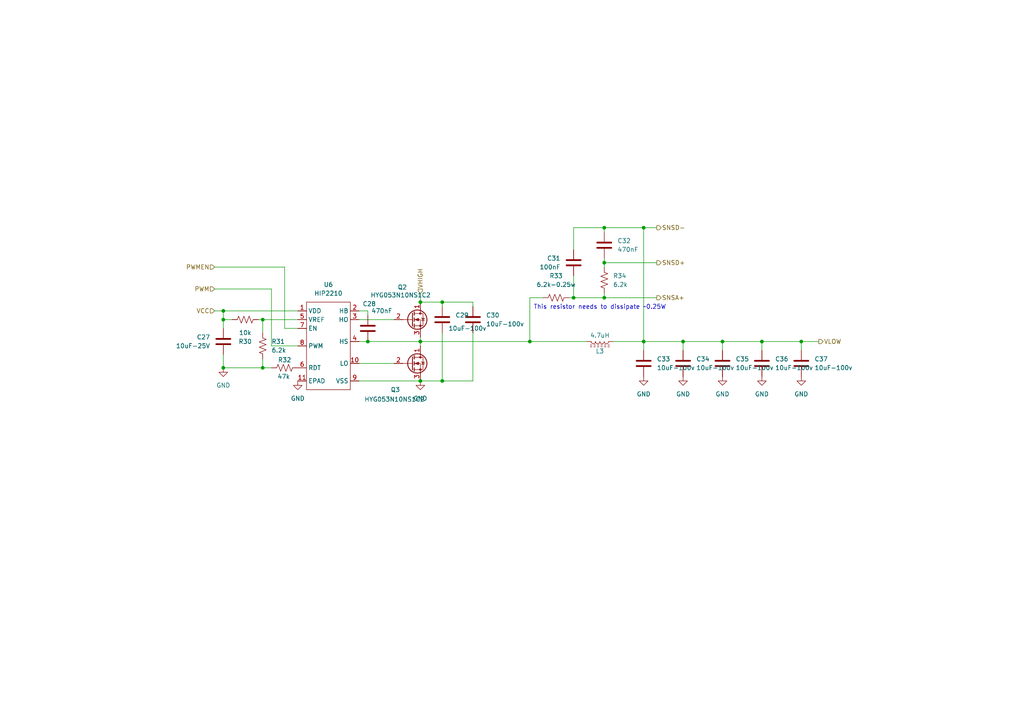
<source format=kicad_sch>
(kicad_sch (version 20231120) (generator "eeschema") (generator_version "8.0")
  (paper "A4")
  (lib_symbols
    (symbol "Device:C" (pin_numbers hide) (pin_names (offset 0.254))
      (property "Reference" "C" (at 0.635 2.54 0))
      (property "Value" "C" (at 0.635 -2.54 0))
      (symbol "C_0_1"
        (polyline (pts (xy -2.032 -0.762) (xy 2.032 -0.762)) (stroke (width 0.508)))
        (polyline (pts (xy -2.032 0.762) (xy 2.032 0.762)) (stroke (width 0.508)))
      )
      (symbol "C_1_1"
        (pin passive line (at 0 3.81 270) (length 2.794) (name "~") (number "1"))
        (pin passive line (at 0 -3.81 90) (length 2.794) (name "~") (number "2"))
      )
    )
    (symbol "Device:L_Ferrite" (pin_numbers hide) (pin_names (offset 1.016) hide)
      (property "Reference" "L" (at -1.27 0 90))
      (property "Value" "L_Ferrite" (at 2.794 0 90))
      (symbol "L_Ferrite_0_1"
        (arc (start 0 -2.54) (mid 0.6323 -1.905) (end 0 -1.27))
        (arc (start 0 -1.27) (mid 0.6323 -0.635) (end 0 0))
        (polyline (pts (xy 1.016 -2.794) (xy 1.016 -2.286)))
        (polyline (pts (xy 1.016 -1.778) (xy 1.016 -1.27)))
        (polyline (pts (xy 1.016 -0.762) (xy 1.016 -0.254)))
        (polyline (pts (xy 1.016 0.254) (xy 1.016 0.762)))
        (polyline (pts (xy 1.016 1.27) (xy 1.016 1.778)))
        (polyline (pts (xy 1.016 2.286) (xy 1.016 2.794)))
        (polyline (pts (xy 1.524 -2.286) (xy 1.524 -2.794)))
        (polyline (pts (xy 1.524 -1.27) (xy 1.524 -1.778)))
        (polyline (pts (xy 1.524 -0.254) (xy 1.524 -0.762)))
        (polyline (pts (xy 1.524 0.762) (xy 1.524 0.254)))
        (polyline (pts (xy 1.524 1.778) (xy 1.524 1.27)))
        (polyline (pts (xy 1.524 2.794) (xy 1.524 2.286)))
        (arc (start 0 0) (mid 0.6323 0.635) (end 0 1.27))
        (arc (start 0 1.27) (mid 0.6323 1.905) (end 0 2.54))
      )
      (symbol "L_Ferrite_1_1"
        (pin passive line (at 0 3.81 270) (length 1.27) (name "1") (number "1"))
        (pin passive line (at 0 -3.81 90) (length 1.27) (name "2") (number "2"))
      )
    )
    (symbol "Device:R_US" (pin_numbers hide) (pin_names (offset 0))
      (property "Reference" "R" (at 2.54 0 90))
      (property "Value" "R_US" (at -2.54 0 90))
      (symbol "R_US_0_1"
        (polyline (pts (xy 0 -2.286) (xy 0 -2.54)))
        (polyline (pts (xy 0 2.286) (xy 0 2.54)))
        (polyline (pts (xy 0 -0.762) (xy 1.016 -1.143) (xy 0 -1.524) (xy -1.016 -1.905) (xy 0 -2.286)))
        (polyline (pts (xy 0 0.762) (xy 1.016 0.381) (xy 0 0) (xy -1.016 -0.381) (xy 0 -0.762)))
        (polyline (pts (xy 0 2.286) (xy 1.016 1.905) (xy 0 1.524) (xy -1.016 1.143) (xy 0 0.762)))
      )
      (symbol "R_US_1_1"
        (pin passive line (at 0 3.81 270) (length 1.27) (name "~") (number "1"))
        (pin passive line (at 0 -3.81 90) (length 1.27) (name "~") (number "2"))
      )
    )
    (symbol "GateDrivers:HIP2210"
      (property "Reference" "U?" (at -5.588 12.7 0))
      (property "Value" "HIP2210" (at 2.54 12.446 0))
      (symbol "HIP2210_0_1"
        (rectangle (start -6.35 11.43) (end 6.35 -13.97))
      )
      (symbol "HIP2210_1_1"
        (pin power_in line (at -8.89 8.89 0) (length 2.54) (name "VDD") (number "1"))
        (pin output line (at 8.89 -6.35 180) (length 2.54) (name "LO") (number "10"))
        (pin passive line (at -8.89 -11.43 0) (length 2.54) (name "EPAD") (number "11"))
        (pin output line (at 8.89 8.89 180) (length 2.54) (name "HB") (number "2"))
        (pin output line (at 8.89 6.35 180) (length 2.54) (name "HO") (number "3"))
        (pin input line (at 8.89 0 180) (length 2.54) (name "HS") (number "4"))
        (pin power_in line (at -8.89 6.35 0) (length 2.54) (name "VREF") (number "5"))
        (pin input line (at -8.89 -7.62 0) (length 2.54) (name "RDT") (number "6"))
        (pin input line (at -8.89 3.81 0) (length 2.54) (name "EN") (number "7"))
        (pin input line (at -8.89 -1.27 0) (length 2.54) (name "PWM") (number "8"))
        (pin input line (at 8.89 -11.43 180) (length 2.54) (name "VSS") (number "9"))
      )
    )
    (symbol "ProjectMosfets:MCAC80N10Y" (pin_names (offset 0) hide)
      (property "Reference" "Q" (at 5.08 1.27 0))
      (property "Value" "MCAC80N10Y" (at 5.08 -1.27 0))
      (symbol "MCAC80N10Y_0_1"
        (polyline (pts (xy 0.254 0) (xy -2.54 0)))
        (polyline (pts (xy 0.254 1.905) (xy 0.254 -1.905)) (stroke (width 0.254)))
        (polyline (pts (xy 0.762 -1.27) (xy 0.762 -2.286)) (stroke (width 0.254)))
        (polyline (pts (xy 0.762 0.508) (xy 0.762 -0.508)) (stroke (width 0.254)))
        (polyline (pts (xy 0.762 2.286) (xy 0.762 1.27)) (stroke (width 0.254)))
        (polyline (pts (xy 2.54 2.54) (xy 2.54 1.778)))
        (polyline (pts (xy 2.54 -2.54) (xy 2.54 0) (xy 0.762 0)))
        (polyline (pts (xy 0.762 -1.778) (xy 3.302 -1.778) (xy 3.302 1.778) (xy 0.762 1.778)))
        (polyline (pts (xy 1.016 0) (xy 2.032 0.381) (xy 2.032 -0.381) (xy 1.016 0)) (fill (type outline)))
        (polyline (pts (xy 2.794 0.508) (xy 2.921 0.381) (xy 3.683 0.381) (xy 3.81 0.254)))
        (polyline (pts (xy 3.302 0.381) (xy 2.921 -0.254) (xy 3.683 -0.254) (xy 3.302 0.381)))
        (circle (center 1.651 0) (radius 2.794) (stroke (width 0.254)))
        (circle (center 2.54 -1.778) (radius 0.254) (fill (type outline)))
        (circle (center 2.54 1.778) (radius 0.254) (fill (type outline)))
      )
      (symbol "MCAC80N10Y_1_1"
        (pin passive line (at 2.54 5.08 270) (length 2.54) (name "D") (number "1"))
        (pin input line (at -5.08 0 0) (length 2.54) (name "G") (number "2"))
        (pin passive line (at 2.54 -5.08 90) (length 2.54) (name "S") (number "3"))
      )
    )
    (symbol "power:GND" (power) (pin_names (offset 0))
      (property "Value" "GND" (at 0 -3.81 0))
      (symbol "GND_0_1"
        (polyline (pts (xy 0 0) (xy 0 -1.27) (xy 1.27 -1.27) (xy 0 -2.54) (xy -1.27 -1.27) (xy 0 -1.27)))
      )
      (symbol "GND_1_1"
        (pin power_in line (at 0 0 270) (length 0) hide (name "GND") (number "1"))
      )
    )
  )
  (junction (at 64.77 106.68))
  (junction (at 153.67 99.06))
  (junction (at 121.92 99.06))
  (junction (at 166.37 86.36))
  (junction (at 128.27 110.49))
  (junction (at 209.55 99.06))
  (junction (at 76.2 92.71))
  (junction (at 76.2 106.68))
  (junction (at 106.68 99.06))
  (junction (at 175.26 66.04))
  (junction (at 186.69 66.04))
  (junction (at 121.92 87.63))
  (junction (at 64.77 90.17))
  (junction (at 220.98 99.06))
  (junction (at 128.27 87.63))
  (junction (at 175.26 86.36))
  (junction (at 121.92 110.49))
  (junction (at 64.77 92.71))
  (junction (at 198.12 99.06))
  (junction (at 232.41 99.06))
  (junction (at 186.69 99.06))
  (junction (at 175.26 76.2))
  (wire (pts (xy 64.77 90.17) (xy 86.36 90.17)))
  (wire (pts (xy 62.23 83.82) (xy 78.74 83.82)))
  (wire (pts (xy 121.92 87.63) (xy 128.27 87.63)))
  (wire (pts (xy 198.12 99.06) (xy 198.12 101.6)))
  (wire (pts (xy 186.69 66.04) (xy 186.69 99.06)))
  (wire (pts (xy 232.41 99.06) (xy 237.49 99.06)))
  (wire (pts (xy 175.26 66.04) (xy 175.26 67.31)))
  (wire (pts (xy 121.92 110.49) (xy 128.27 110.49)))
  (wire (pts (xy 166.37 86.36) (xy 175.26 86.36)))
  (wire (pts (xy 106.68 99.06) (xy 121.92 99.06)))
  (wire (pts (xy 106.68 90.17) (xy 106.68 91.44)))
  (wire (pts (xy 74.93 92.71) (xy 76.2 92.71)))
  (wire (pts (xy 175.26 86.36) (xy 190.5 86.36)))
  (wire (pts (xy 137.16 110.49) (xy 128.27 110.49)))
  (wire (pts (xy 209.55 99.06) (xy 209.55 101.6)))
  (wire (pts (xy 186.69 66.04) (xy 175.26 66.04)))
  (wire (pts (xy 121.92 99.06) (xy 153.67 99.06)))
  (wire (pts (xy 220.98 99.06) (xy 220.98 101.6)))
  (wire (pts (xy 64.77 92.71) (xy 64.77 95.25)))
  (wire (pts (xy 121.92 99.06) (xy 121.92 100.33)))
  (wire (pts (xy 104.14 110.49) (xy 121.92 110.49)))
  (wire (pts (xy 157.48 86.36) (xy 153.67 86.36)))
  (wire (pts (xy 104.14 99.06) (xy 106.68 99.06)))
  (wire (pts (xy 78.74 83.82) (xy 78.74 100.33)))
  (wire (pts (xy 104.14 105.41) (xy 114.3 105.41)))
  (wire (pts (xy 82.55 95.25) (xy 86.36 95.25)))
  (wire (pts (xy 209.55 99.06) (xy 220.98 99.06)))
  (wire (pts (xy 82.55 77.47) (xy 82.55 95.25)))
  (wire (pts (xy 232.41 99.06) (xy 232.41 101.6)))
  (wire (pts (xy 137.16 96.52) (xy 137.16 110.49)))
  (wire (pts (xy 76.2 92.71) (xy 76.2 96.52)))
  (wire (pts (xy 137.16 88.9) (xy 137.16 87.63)))
  (wire (pts (xy 64.77 92.71) (xy 67.31 92.71)))
  (wire (pts (xy 76.2 106.68) (xy 78.74 106.68)))
  (wire (pts (xy 153.67 86.36) (xy 153.67 99.06)))
  (wire (pts (xy 121.92 97.79) (xy 121.92 99.06)))
  (wire (pts (xy 166.37 80.01) (xy 166.37 86.36)))
  (wire (pts (xy 166.37 66.04) (xy 166.37 72.39)))
  (wire (pts (xy 64.77 102.87) (xy 64.77 106.68)))
  (wire (pts (xy 64.77 106.68) (xy 76.2 106.68)))
  (wire (pts (xy 186.69 99.06) (xy 186.69 101.6)))
  (wire (pts (xy 175.26 66.04) (xy 166.37 66.04)))
  (wire (pts (xy 121.92 85.09) (xy 121.92 87.63)))
  (wire (pts (xy 64.77 90.17) (xy 64.77 92.71)))
  (wire (pts (xy 153.67 99.06) (xy 170.18 99.06)))
  (wire (pts (xy 137.16 87.63) (xy 128.27 87.63)))
  (wire (pts (xy 62.23 77.47) (xy 82.55 77.47)))
  (wire (pts (xy 175.26 85.09) (xy 175.26 86.36)))
  (wire (pts (xy 62.23 90.17) (xy 64.77 90.17)))
  (wire (pts (xy 220.98 99.06) (xy 232.41 99.06)))
  (wire (pts (xy 128.27 96.52) (xy 128.27 110.49)))
  (wire (pts (xy 128.27 88.9) (xy 128.27 87.63)))
  (wire (pts (xy 186.69 66.04) (xy 190.5 66.04)))
  (wire (pts (xy 186.69 99.06) (xy 198.12 99.06)))
  (wire (pts (xy 177.8 99.06) (xy 186.69 99.06)))
  (wire (pts (xy 175.26 76.2) (xy 175.26 77.47)))
  (wire (pts (xy 165.1 86.36) (xy 166.37 86.36)))
  (wire (pts (xy 175.26 76.2) (xy 190.5 76.2)))
  (wire (pts (xy 104.14 90.17) (xy 106.68 90.17)))
  (wire (pts (xy 76.2 104.14) (xy 76.2 106.68)))
  (wire (pts (xy 76.2 92.71) (xy 86.36 92.71)))
  (wire (pts (xy 78.74 100.33) (xy 86.36 100.33)))
  (wire (pts (xy 104.14 92.71) (xy 114.3 92.71)))
  (wire (pts (xy 198.12 99.06) (xy 209.55 99.06)))
  (wire (pts (xy 175.26 74.93) (xy 175.26 76.2)))
  (text "This resistor needs to dissipate ~0.25W" (at 173.99 89.154 0) (effects (font (size 1.27 1.27))))
  (hierarchical_label "PWM" (shape input) (at 62.23 83.82 180))
  (hierarchical_label "PWMEN" (shape input) (at 62.23 77.47 180))
  (hierarchical_label "SNSA+" (shape output) (at 190.5 86.36 0))
  (hierarchical_label "SNSD-" (shape output) (at 190.5 66.04 0))
  (hierarchical_label "SNSD+" (shape output) (at 190.5 76.2 0))
  (hierarchical_label "VCC" (shape input) (at 62.23 90.17 180))
  (hierarchical_label "VLOW" (shape output) (at 237.49 99.06 0))
  (hierarchical_label "VHIGH" (shape input) (at 121.92 85.09 90))
  (symbol (lib_id "Device:C") (at 137.16 92.71 0) (unit 1)
    (property "Reference" "C30" (at 140.97 91.4399 0) (effects (justify left)))
    (property "Value" "10uF-100v" (at 140.97 93.9799 0) (effects (justify left)))
    (property "Footprint" "Capacitor_SMD:C_1210_3225Metric_Pad1.33x2.70mm_HandSolder" (effects (hide yes)))
    (property "Description" "Unpolarized capacitor" (effects (hide yes)))
    (property "Digikey" "445-CGA6P1X7R1N106M250ACCT-ND" (effects (hide yes)))
    (property "LCSC" "C576517" (effects (hide yes)))
    (instances (project "IchnaeaV3" (path "" (reference "C30") (unit 1)) (path "" (reference "C41") (unit 1)) (path "" (reference "C52") (unit 1)) (path "" (reference "C63") (unit 1)) (path "" (reference "C74") (unit 1)) (path "" (reference "C85") (unit 1))))
  )
  (symbol (lib_id "Device:R_US") (at 82.55 106.68 90) (unit 1)
    (property "Reference" "R32" (at 82.55 104.394 90))
    (property "Value" "47k" (at 82.296 109.22 90))
    (property "Footprint" "Resistor_SMD:R_0603_1608Metric" (effects (hide yes)))
    (property "Description" "Resistor, US symbol" (effects (hide yes)))
    (property "Digikey" "N/A" (effects (hide yes)))
    (property "LCSC" "C25819" (effects (hide yes)))
    (instances (project "IchnaeaV3" (path "" (reference "R32") (unit 1)) (path "" (reference "R37") (unit 1)) (path "" (reference "R42") (unit 1)) (path "" (reference "R47") (unit 1)) (path "" (reference "R52") (unit 1)) (path "" (reference "R71") (unit 1))))
  )
  (symbol (lib_id "Device:C") (at 166.37 76.2 0) (mirror y) (unit 1)
    (property "Reference" "C31" (at 162.56 74.9299 0) (effects (justify left)))
    (property "Value" "100nF" (at 162.56 77.4699 0) (effects (justify left)))
    (property "Footprint" "Capacitor_SMD:C_0603_1608Metric" (effects (hide yes)))
    (property "Description" "Unpolarized capacitor" (effects (hide yes)))
    (property "LCSC" "C14663" (effects (hide yes)))
    (property "Digikey" "N/A" (effects (hide yes)))
    (instances (project "IchnaeaV3" (path "" (reference "C31") (unit 1)) (path "" (reference "C42") (unit 1)) (path "" (reference "C53") (unit 1)) (path "" (reference "C64") (unit 1)) (path "" (reference "C75") (unit 1)) (path "" (reference "C86") (unit 1))))
  )
  (symbol (lib_id "Device:R_US") (at 71.12 92.71 90) (unit 1)
    (property "Reference" "R30" (at 71.12 99.06 90))
    (property "Value" "10k" (at 71.12 96.52 90))
    (property "Footprint" "Resistor_SMD:R_0603_1608Metric" (effects (hide yes)))
    (property "Description" "Resistor, US symbol" (effects (hide yes)))
    (property "LCSC" "C25804" (effects (hide yes)))
    (property "Digikey" "N/A" (effects (hide yes)))
    (instances (project "IchnaeaV3" (path "" (reference "R30") (unit 1)) (path "" (reference "R35") (unit 1)) (path "" (reference "R40") (unit 1)) (path "" (reference "R45") (unit 1)) (path "" (reference "R50") (unit 1)) (path "" (reference "R69") (unit 1))))
  )
  (symbol (lib_id "Device:C") (at 209.55 105.41 0) (unit 1)
    (property "Reference" "C35" (at 213.36 104.1399 0) (effects (justify left)))
    (property "Value" "10uF-100v" (at 213.36 106.6799 0) (effects (justify left)))
    (property "Footprint" "Capacitor_SMD:C_1210_3225Metric_Pad1.33x2.70mm_HandSolder" (effects (hide yes)))
    (property "Description" "Unpolarized capacitor" (effects (hide yes)))
    (property "Digikey" "445-CGA6P1X7R1N106M250ACCT-ND" (effects (hide yes)))
    (property "LCSC" "C576517" (effects (hide yes)))
    (instances (project "IchnaeaV3" (path "" (reference "C35") (unit 1)) (path "" (reference "C46") (unit 1)) (path "" (reference "C57") (unit 1)) (path "" (reference "C68") (unit 1)) (path "" (reference "C79") (unit 1)) (path "" (reference "C90") (unit 1))))
  )
  (symbol (lib_id "Device:L_Ferrite") (at 173.99 99.06 270) (unit 1)
    (property "Reference" "L3" (at 173.99 101.854 90))
    (property "Value" "4.7uH" (at 173.99 97.282 90))
    (property "Footprint" "Inductors:Bournes_L_PQ2614BLA" (effects (hide yes)))
    (property "Description" "Inductor with ferrite core" (effects (hide yes)))
    (property "Digikey" "PQ2614BLA-3R3K-ND" (effects (hide yes)))
    (property "LCSC" "N/A" (effects (hide yes)))
    (instances (project "IchnaeaV3" (path "" (reference "L3") (unit 1)) (path "" (reference "L4") (unit 1)) (path "" (reference "L5") (unit 1)) (path "" (reference "L6") (unit 1)) (path "" (reference "L7") (unit 1)) (path "" (reference "L8") (unit 1))))
  )
  (symbol (lib_id "Device:C") (at 64.77 99.06 0) (mirror y) (unit 1)
    (property "Reference" "C27" (at 60.96 97.7899 0) (effects (justify left)))
    (property "Value" "10uF-25V" (at 60.96 100.3299 0) (effects (justify left)))
    (property "Footprint" "Capacitor_SMD:C_0603_1608Metric" (effects (hide yes)))
    (property "Description" "Unpolarized capacitor" (effects (hide yes)))
    (property "Digikey" "N/A" (effects (hide yes)))
    (property "LCSC" "C96446" (effects (hide yes)))
    (instances (project "IchnaeaV3" (path "" (reference "C27") (unit 1)) (path "" (reference "C38") (unit 1)) (path "" (reference "C49") (unit 1)) (path "" (reference "C60") (unit 1)) (path "" (reference "C71") (unit 1)) (path "" (reference "C82") (unit 1))))
  )
  (symbol (lib_id "power:GND") (at 198.12 109.22 0) (unit 1)
    (property "Reference" "#PWR094" (effects (hide yes)))
    (property "Value" "GND" (at 198.12 114.3 0))
    (property "Description" "Power symbol creates a global label with name \"GND\" , ground" (effects (hide yes)))
    (instances (project "IchnaeaV3" (path "" (reference "#PWR094") (unit 1)) (path "" (reference "#PWR0102") (unit 1)) (path "" (reference "#PWR0110") (unit 1)) (path "" (reference "#PWR0118") (unit 1)) (path "" (reference "#PWR0126") (unit 1)) (path "" (reference "#PWR0152") (unit 1))))
  )
  (symbol (lib_id "power:GND") (at 86.36 110.49 0) (unit 1)
    (property "Reference" "#PWR091" (effects (hide yes)))
    (property "Value" "GND" (at 86.36 115.57 0))
    (property "Description" "Power symbol creates a global label with name \"GND\" , ground" (effects (hide yes)))
    (instances (project "IchnaeaV3" (path "" (reference "#PWR091") (unit 1)) (path "" (reference "#PWR099") (unit 1)) (path "" (reference "#PWR0107") (unit 1)) (path "" (reference "#PWR0115") (unit 1)) (path "" (reference "#PWR0123") (unit 1)) (path "" (reference "#PWR0149") (unit 1))))
  )
  (symbol (lib_id "power:GND") (at 232.41 109.22 0) (unit 1)
    (property "Reference" "#PWR097" (effects (hide yes)))
    (property "Value" "GND" (at 232.41 114.3 0))
    (property "Description" "Power symbol creates a global label with name \"GND\" , ground" (effects (hide yes)))
    (instances (project "IchnaeaV3" (path "" (reference "#PWR097") (unit 1)) (path "" (reference "#PWR0105") (unit 1)) (path "" (reference "#PWR0113") (unit 1)) (path "" (reference "#PWR0121") (unit 1)) (path "" (reference "#PWR0129") (unit 1)) (path "" (reference "#PWR0155") (unit 1))))
  )
  (symbol (lib_id "Device:R_US") (at 175.26 81.28 0) (unit 1)
    (property "Reference" "R34" (at 177.8 80.0099 0) (effects (justify left)))
    (property "Value" "6.2k" (at 177.8 82.5499 0) (effects (justify left)))
    (property "Footprint" "Resistor_SMD:R_0603_1608Metric" (effects (hide yes)))
    (property "Description" "Resistor, US symbol" (effects (hide yes)))
    (property "Digikey" "N/A" (effects (hide yes)))
    (property "LCSC" "C4260" (effects (hide yes)))
    (instances (project "IchnaeaV3" (path "" (reference "R34") (unit 1)) (path "" (reference "R39") (unit 1)) (path "" (reference "R44") (unit 1)) (path "" (reference "R49") (unit 1)) (path "" (reference "R54") (unit 1)) (path "" (reference "R73") (unit 1))))
  )
  (symbol (lib_id "ProjectMosfets:MCAC80N10Y") (at 119.38 105.41 0) (unit 1)
    (property "Reference" "Q3" (at 113.284 113.03 0) (effects (justify left)))
    (property "Value" "HYG053N10NS1C2" (at 105.664 115.824 0) (effects (justify left)))
    (property "Footprint" "Mosfets:TRANS_BSC076N06NS3-G" (effects (hide yes)))
    (property "Datasheet" "https://www.lcsc.com/datasheet/lcsc_datasheet_2410121248_HUAYI-HYG053N10NS1C2_C2986239.pdf" (effects (hide yes)))
    (property "Description" "N-MOSFET transistor, drain/gate/source" (effects (hide yes)))
    (property "Digikey" "N/A" (effects (hide yes)))
    (property "LCSC" "C2986239" (effects (hide yes)))
    (instances (project "IchnaeaV3" (path "" (reference "Q3") (unit 1)) (path "" (reference "Q5") (unit 1)) (path "" (reference "Q7") (unit 1)) (path "" (reference "Q9") (unit 1)) (path "" (reference "Q11") (unit 1)) (path "" (reference "Q18") (unit 1))))
  )
  (symbol (lib_id "Device:C") (at 198.12 105.41 0) (unit 1)
    (property "Reference" "C34" (at 201.93 104.1399 0) (effects (justify left)))
    (property "Value" "10uF-100v" (at 201.93 106.6799 0) (effects (justify left)))
    (property "Footprint" "Capacitor_SMD:C_1210_3225Metric_Pad1.33x2.70mm_HandSolder" (effects (hide yes)))
    (property "Description" "Unpolarized capacitor" (effects (hide yes)))
    (property "Digikey" "445-CGA6P1X7R1N106M250ACCT-ND" (effects (hide yes)))
    (property "LCSC" "C576517" (effects (hide yes)))
    (instances (project "IchnaeaV3" (path "" (reference "C34") (unit 1)) (path "" (reference "C45") (unit 1)) (path "" (reference "C56") (unit 1)) (path "" (reference "C67") (unit 1)) (path "" (reference "C78") (unit 1)) (path "" (reference "C89") (unit 1))))
  )
  (symbol (lib_id "ProjectMosfets:MCAC80N10Y") (at 119.38 92.71 0) (unit 1)
    (property "Reference" "Q2" (at 115.316 83.312 0) (effects (justify left)))
    (property "Value" "HYG053N10NS1C2" (at 107.442 85.598 0) (effects (justify left)))
    (property "Footprint" "Mosfets:TRANS_BSC076N06NS3-G" (effects (hide yes)))
    (property "Datasheet" "https://www.lcsc.com/datasheet/lcsc_datasheet_2410121248_HUAYI-HYG053N10NS1C2_C2986239.pdf" (effects (hide yes)))
    (property "Description" "N-MOSFET transistor, drain/gate/source" (effects (hide yes)))
    (property "Digikey" "N/A" (effects (hide yes)))
    (property "LCSC" "C2986239" (effects (hide yes)))
    (instances (project "IchnaeaV3" (path "" (reference "Q2") (unit 1)) (path "" (reference "Q4") (unit 1)) (path "" (reference "Q6") (unit 1)) (path "" (reference "Q8") (unit 1)) (path "" (reference "Q10") (unit 1)) (path "" (reference "Q17") (unit 1))))
  )
  (symbol (lib_id "Device:R_US") (at 76.2 100.33 0) (unit 1)
    (property "Reference" "R31" (at 78.74 99.0599 0) (effects (justify left)))
    (property "Value" "6.2k" (at 78.74 101.5999 0) (effects (justify left)))
    (property "Footprint" "Resistor_SMD:R_0603_1608Metric" (effects (hide yes)))
    (property "Description" "Resistor, US symbol" (effects (hide yes)))
    (property "Digikey" "N/A" (effects (hide yes)))
    (property "LCSC" "C4260" (effects (hide yes)))
    (instances (project "IchnaeaV3" (path "" (reference "R31") (unit 1)) (path "" (reference "R36") (unit 1)) (path "" (reference "R41") (unit 1)) (path "" (reference "R46") (unit 1)) (path "" (reference "R51") (unit 1)) (path "" (reference "R70") (unit 1))))
  )
  (symbol (lib_id "Device:C") (at 186.69 105.41 0) (unit 1)
    (property "Reference" "C33" (at 190.5 104.1399 0) (effects (justify left)))
    (property "Value" "10uF-100v" (at 190.5 106.6799 0) (effects (justify left)))
    (property "Footprint" "Capacitor_SMD:C_1210_3225Metric_Pad1.33x2.70mm_HandSolder" (effects (hide yes)))
    (property "Description" "Unpolarized capacitor" (effects (hide yes)))
    (property "Digikey" "445-CGA6P1X7R1N106M250ACCT-ND" (effects (hide yes)))
    (property "LCSC" "C576517" (effects (hide yes)))
    (instances (project "IchnaeaV3" (path "" (reference "C33") (unit 1)) (path "" (reference "C44") (unit 1)) (path "" (reference "C55") (unit 1)) (path "" (reference "C66") (unit 1)) (path "" (reference "C77") (unit 1)) (path "" (reference "C88") (unit 1))))
  )
  (symbol (lib_id "Device:C") (at 106.68 95.25 0) (unit 1)
    (property "Reference" "C28" (at 105.156 88.138 0) (effects (justify left)))
    (property "Value" "470nF" (at 107.696 90.17 0) (effects (justify left)))
    (property "Footprint" "Capacitor_SMD:C_0603_1608Metric" (effects (hide yes)))
    (property "Description" "Unpolarized capacitor" (effects (hide yes)))
    (property "Digikey" "N/A" (effects (hide yes)))
    (property "LCSC" "C1623" (effects (hide yes)))
    (instances (project "IchnaeaV3" (path "" (reference "C28") (unit 1)) (path "" (reference "C39") (unit 1)) (path "" (reference "C50") (unit 1)) (path "" (reference "C61") (unit 1)) (path "" (reference "C72") (unit 1)) (path "" (reference "C83") (unit 1))))
  )
  (symbol (lib_id "power:GND") (at 220.98 109.22 0) (unit 1)
    (property "Reference" "#PWR096" (effects (hide yes)))
    (property "Value" "GND" (at 220.98 114.3 0))
    (property "Description" "Power symbol creates a global label with name \"GND\" , ground" (effects (hide yes)))
    (instances (project "IchnaeaV3" (path "" (reference "#PWR096") (unit 1)) (path "" (reference "#PWR0104") (unit 1)) (path "" (reference "#PWR0112") (unit 1)) (path "" (reference "#PWR0120") (unit 1)) (path "" (reference "#PWR0128") (unit 1)) (path "" (reference "#PWR0154") (unit 1))))
  )
  (symbol (lib_id "Device:C") (at 175.26 71.12 0) (unit 1)
    (property "Reference" "C32" (at 179.07 69.8499 0) (effects (justify left)))
    (property "Value" "470nF" (at 179.07 72.3899 0) (effects (justify left)))
    (property "Footprint" "Capacitor_SMD:C_0603_1608Metric" (effects (hide yes)))
    (property "Description" "Unpolarized capacitor" (effects (hide yes)))
    (property "Digikey" "N/A" (effects (hide yes)))
    (property "LCSC" "C1623" (effects (hide yes)))
    (instances (project "IchnaeaV3" (path "" (reference "C32") (unit 1)) (path "" (reference "C43") (unit 1)) (path "" (reference "C54") (unit 1)) (path "" (reference "C65") (unit 1)) (path "" (reference "C76") (unit 1)) (path "" (reference "C87") (unit 1))))
  )
  (symbol (lib_id "power:GND") (at 186.69 109.22 0) (unit 1)
    (property "Reference" "#PWR093" (effects (hide yes)))
    (property "Value" "GND" (at 186.69 114.3 0))
    (property "Description" "Power symbol creates a global label with name \"GND\" , ground" (effects (hide yes)))
    (instances (project "IchnaeaV3" (path "" (reference "#PWR093") (unit 1)) (path "" (reference "#PWR0101") (unit 1)) (path "" (reference "#PWR0109") (unit 1)) (path "" (reference "#PWR0117") (unit 1)) (path "" (reference "#PWR0125") (unit 1)) (path "" (reference "#PWR0151") (unit 1))))
  )
  (symbol (lib_id "Device:R_US") (at 161.29 86.36 90) (unit 1)
    (property "Reference" "R33" (at 161.29 80.01 90))
    (property "Value" "6.2k-0.25w" (at 161.29 82.55 90))
    (property "Footprint" "Resistor_SMD:R_1206_3216Metric_Pad1.30x1.75mm_HandSolder" (effects (hide yes)))
    (property "Description" "Resistor, US symbol" (effects (hide yes)))
    (property "Digikey" "311-6.20KFRCT-ND" (effects (hide yes)))
    (property "LCSC" "C3017007" (effects (hide yes)))
    (instances (project "IchnaeaV3" (path "" (reference "R33") (unit 1)) (path "" (reference "R38") (unit 1)) (path "" (reference "R43") (unit 1)) (path "" (reference "R48") (unit 1)) (path "" (reference "R53") (unit 1)) (path "" (reference "R72") (unit 1))))
  )
  (symbol (lib_id "power:GND") (at 209.55 109.22 0) (unit 1)
    (property "Reference" "#PWR095" (effects (hide yes)))
    (property "Value" "GND" (at 209.55 114.3 0))
    (property "Description" "Power symbol creates a global label with name \"GND\" , ground" (effects (hide yes)))
    (instances (project "IchnaeaV3" (path "" (reference "#PWR095") (unit 1)) (path "" (reference "#PWR0103") (unit 1)) (path "" (reference "#PWR0111") (unit 1)) (path "" (reference "#PWR0119") (unit 1)) (path "" (reference "#PWR0127") (unit 1)) (path "" (reference "#PWR0153") (unit 1))))
  )
  (symbol (lib_id "Device:C") (at 220.98 105.41 0) (unit 1)
    (property "Reference" "C36" (at 224.79 104.1399 0) (effects (justify left)))
    (property "Value" "10uF-100v" (at 224.79 106.6799 0) (effects (justify left)))
    (property "Footprint" "Capacitor_SMD:C_1210_3225Metric_Pad1.33x2.70mm_HandSolder" (effects (hide yes)))
    (property "Description" "Unpolarized capacitor" (effects (hide yes)))
    (property "Digikey" "445-CGA6P1X7R1N106M250ACCT-ND" (effects (hide yes)))
    (property "LCSC" "C576517" (effects (hide yes)))
    (instances (project "IchnaeaV3" (path "" (reference "C36") (unit 1)) (path "" (reference "C47") (unit 1)) (path "" (reference "C58") (unit 1)) (path "" (reference "C69") (unit 1)) (path "" (reference "C80") (unit 1)) (path "" (reference "C91") (unit 1))))
  )
  (symbol (lib_id "power:GND") (at 64.77 106.68 0) (unit 1)
    (property "Reference" "#PWR090" (effects (hide yes)))
    (property "Value" "GND" (at 64.77 111.76 0))
    (property "Description" "Power symbol creates a global label with name \"GND\" , ground" (effects (hide yes)))
    (instances (project "IchnaeaV3" (path "" (reference "#PWR090") (unit 1)) (path "" (reference "#PWR098") (unit 1)) (path "" (reference "#PWR0106") (unit 1)) (path "" (reference "#PWR0114") (unit 1)) (path "" (reference "#PWR0122") (unit 1)) (path "" (reference "#PWR0148") (unit 1))))
  )
  (symbol (lib_id "power:GND") (at 121.92 110.49 0) (unit 1)
    (property "Reference" "#PWR092" (effects (hide yes)))
    (property "Value" "GND" (at 121.92 115.57 0))
    (property "Description" "Power symbol creates a global label with name \"GND\" , ground" (effects (hide yes)))
    (instances (project "IchnaeaV3" (path "" (reference "#PWR092") (unit 1)) (path "" (reference "#PWR0100") (unit 1)) (path "" (reference "#PWR0108") (unit 1)) (path "" (reference "#PWR0116") (unit 1)) (path "" (reference "#PWR0124") (unit 1)) (path "" (reference "#PWR0150") (unit 1))))
  )
  (symbol (lib_id "Device:C") (at 232.41 105.41 0) (unit 1)
    (property "Reference" "C37" (at 236.22 104.1399 0) (effects (justify left)))
    (property "Value" "10uF-100v" (at 236.22 106.6799 0) (effects (justify left)))
    (property "Footprint" "Capacitor_SMD:C_1210_3225Metric_Pad1.33x2.70mm_HandSolder" (effects (hide yes)))
    (property "Description" "Unpolarized capacitor" (effects (hide yes)))
    (property "Digikey" "445-CGA6P1X7R1N106M250ACCT-ND" (effects (hide yes)))
    (property "LCSC" "C576517" (effects (hide yes)))
    (instances (project "IchnaeaV3" (path "" (reference "C37") (unit 1)) (path "" (reference "C48") (unit 1)) (path "" (reference "C59") (unit 1)) (path "" (reference "C70") (unit 1)) (path "" (reference "C81") (unit 1)) (path "" (reference "C92") (unit 1))))
  )
  (symbol (lib_id "GateDrivers:HIP2210") (at 95.25 99.06 0) (unit 1)
    (property "Reference" "U6" (at 95.25 82.55 0))
    (property "Value" "HIP2210" (at 95.25 85.09 0))
    (property "Footprint" "DFN:TDFN-10-1EP_4x4mm_P0.8mm_EP2.6x3mm" (effects (hide yes)))
    (property "Datasheet" "https://www.renesas.com/us/en/document/dst/hip2210-hip2211-datasheet?r=1320376" (effects (hide yes)))
    (property "Digikey" "20-HIP2210FRTZ-TCT-ND" (effects (hide yes)))
    (property "LCSC" "N/A" (effects (hide yes)))
    (instances (project "IchnaeaV3" (path "" (reference "U6") (unit 1)) (path "" (reference "U7") (unit 1)) (path "" (reference "U8") (unit 1)) (path "" (reference "U9") (unit 1)) (path "" (reference "U10") (unit 1)) (path "" (reference "U11") (unit 1))))
  )
  (symbol (lib_id "Device:C") (at 128.27 92.71 0) (unit 1)
    (property "Reference" "C29" (at 132.08 91.4399 0) (effects (justify left)))
    (property "Value" "10uF-100v" (at 130.048 95.25 0) (effects (justify left)))
    (property "Footprint" "Capacitor_SMD:C_1210_3225Metric_Pad1.33x2.70mm_HandSolder" (effects (hide yes)))
    (property "Description" "Unpolarized capacitor" (effects (hide yes)))
    (property "Digikey" "445-CGA6P1X7R1N106M250ACCT-ND" (effects (hide yes)))
    (property "LCSC" "C576517" (effects (hide yes)))
    (instances (project "IchnaeaV3" (path "" (reference "C29") (unit 1)) (path "" (reference "C40") (unit 1)) (path "" (reference "C51") (unit 1)) (path "" (reference "C62") (unit 1)) (path "" (reference "C73") (unit 1)) (path "" (reference "C84") (unit 1))))
  )
)
</source>
